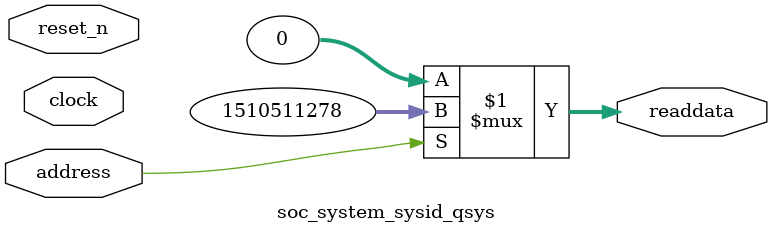
<source format=v>



// synthesis translate_off
`timescale 1ns / 1ps
// synthesis translate_on

// turn off superfluous verilog processor warnings 
// altera message_level Level1 
// altera message_off 10034 10035 10036 10037 10230 10240 10030 

module soc_system_sysid_qsys (
               // inputs:
                address,
                clock,
                reset_n,

               // outputs:
                readdata
             )
;

  output  [ 31: 0] readdata;
  input            address;
  input            clock;
  input            reset_n;

  wire    [ 31: 0] readdata;
  //control_slave, which is an e_avalon_slave
  assign readdata = address ? 1510511278 : 0;

endmodule



</source>
